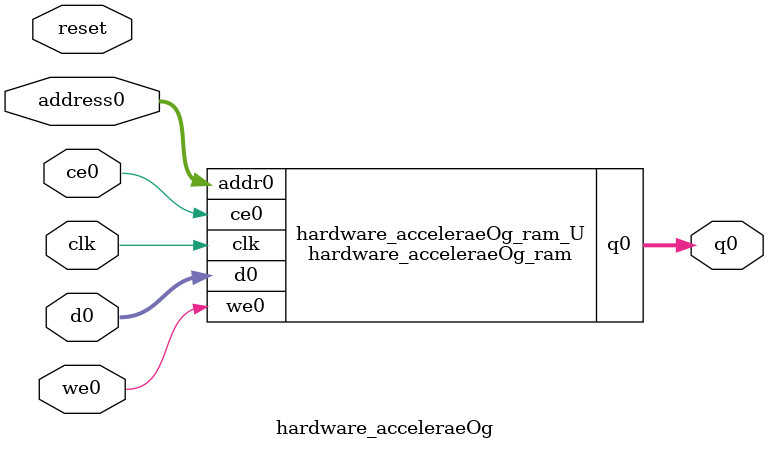
<source format=v>

`timescale 1 ns / 1 ps
module hardware_acceleraeOg_ram (addr0, ce0, d0, we0, q0,  clk);

parameter DWIDTH = 32;
parameter AWIDTH = 10;
parameter MEM_SIZE = 784;

input[AWIDTH-1:0] addr0;
input ce0;
input[DWIDTH-1:0] d0;
input we0;
output reg[DWIDTH-1:0] q0;
input clk;

(* ram_style = "block" *)reg [DWIDTH-1:0] ram[0:MEM_SIZE-1];




always @(posedge clk)  
begin 
    if (ce0) 
    begin
        if (we0) 
        begin 
            ram[addr0] <= d0; 
            q0 <= d0;
        end 
        else 
            q0 <= ram[addr0];
    end
end


endmodule


`timescale 1 ns / 1 ps
module hardware_acceleraeOg(
    reset,
    clk,
    address0,
    ce0,
    we0,
    d0,
    q0);

parameter DataWidth = 32'd32;
parameter AddressRange = 32'd784;
parameter AddressWidth = 32'd10;
input reset;
input clk;
input[AddressWidth - 1:0] address0;
input ce0;
input we0;
input[DataWidth - 1:0] d0;
output[DataWidth - 1:0] q0;



hardware_acceleraeOg_ram hardware_acceleraeOg_ram_U(
    .clk( clk ),
    .addr0( address0 ),
    .ce0( ce0 ),
    .we0( we0 ),
    .d0( d0 ),
    .q0( q0 ));

endmodule


</source>
